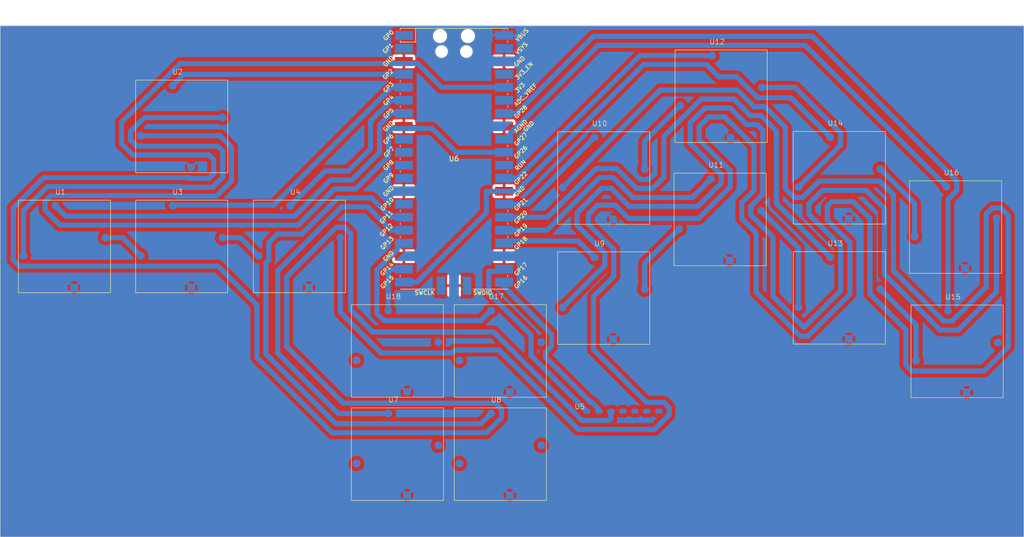
<source format=kicad_pcb>
(kicad_pcb (version 20221018) (generator pcbnew)
  (layers (0 "F.Cu" signal) (31 "B.Cu" signal) (34 "B.Paste" user) (35 "F.Paste" user) (36 "B.SilkS" user "B.Silkscreen") (37 "F.SilkS" user "F.Silkscreen") (38 "B.Mask" user) (39 "F.Mask" user) (44 "Edge.Cuts" user))
  (net 0 "")
  (net 1 "/A1")
  (net 2 "GND")
  (net 3 "/A2")
  (net 4 "/S1")
  (net 5 "/S2")
  (net 6 "/LEFT")
  (net 7 "Net-(U1-DOUT)")
  (net 8 "+5V")
  (net 9 "Net-(U1-DIN)")
  (net 10 "/UP")
  (net 11 "/RGB_DOUT")
  (net 12 "/DOWN")
  (net 13 "Net-(U3-DOUT)")
  (net 14 "/RIGHT")
  (net 15 "/DPAD_DOUT")
  (net 16 "/SDA")
  (net 17 "/SCL")
  (net 18 "+3.3V")
  (net 23 "/B1")
  (net 24 "/B2")
  (net 25 "/R2")
  (net 26 "/L2")
  (net 27 "/B3")
  (net 28 "/B4")
  (net 29 "/R1")
  (net 30 "/L1")
  (net 37 "Net-(U11-DIN)")
  (net 38 "/TOPROW_DOUT")
  (net 39 "Net-(U10-DOUT)")
  (net 40 "Net-(U11-DOUT)")
  (net 41 "Net-(U12-DOUT)")
  (net 42 "Net-(U13-DOUT)")
  (net 43 "Net-(U14-DOUT)")
  (net 57 "/L3")
  (net 58 "/R3")
  (footprint "voidswitch:RPi_Pico_SMD_TH_1" (layer "F.Cu") (at 121.35 40.63)
    (fp_text reference "U6" (at 0 0) (layer "F.SilkS"))
    (fp_text value "Pico")
    (fp_text user "GP27" (at 13.054 -3.8 45) (layer "F.SilkS") (effects (font (size 0.8 0.8))))
    (fp_text user "GP1" (at -12.9 -21.6 45) (layer "F.SilkS") (effects (font (size 0.8 0.8))))
    (fp_text user "GP12" (at -13.2 13.97 45) (layer "F.SilkS") (effects (font (size 0.8 0.8))))
    (fp_text user "GP2" (at -12.9 -16.51 45) (layer "F.SilkS") (effects (font (size 0.8 0.8))))
    (fp_text user "3V3_EN" (at 13.7 -17.2 45) (layer "F.SilkS") (effects (font (size 0.8 0.8))))
    (fp_text user "GND" (at 12.8 6.35 45) (layer "F.SilkS") (effects (font (size 0.8 0.8))))
    (fp_text user "GP16" (at 13.054 24.13 45) (layer "F.SilkS") (effects (font (size 0.8 0.8))))
    (fp_text user "GP13" (at -13.054 16.51 45) (layer "F.SilkS") (effects (font (size 0.8 0.8))))
    (fp_text user "GND" (at 12.8 -19.05 45) (layer "F.SilkS") (effects (font (size 0.8 0.8))))
    (fp_text user "GP10" (at -13.054 8.89 45) (layer "F.SilkS") (effects (font (size 0.8 0.8))))
    (fp_text user "GND" (at -12.8 6.35 45) (layer "F.SilkS") (effects (font (size 0.8 0.8))))
    (fp_text user "GP7" (at -12.7 -1.3 45) (layer "F.SilkS") (effects (font (size 0.8 0.8))))
    (fp_text user "GP26" (at 13.054 -1.27 45) (layer "F.SilkS") (effects (font (size 0.8 0.8))))
    (fp_text user "GP6" (at -12.8 -3.81 45) (layer "F.SilkS") (effects (font (size 0.8 0.8))))
    (fp_text user "SWDIO" (at 5.6 26.2) (layer "F.SilkS") (effects (font (size 0.8 0.8))))
    (fp_text user "GP5" (at -12.8 -8.89 45) (layer "F.SilkS") (effects (font (size 0.8 0.8))))
    (fp_text user "GND" (at -12.8 -19.05 45) (layer "F.SilkS") (effects (font (size 0.8 0.8))))
    (fp_text user "GP18" (at 13.054 16.51 45) (layer "F.SilkS") (effects (font (size 0.8 0.8))))
    (fp_text user "3V3" (at 12.9 -13.9 45) (layer "F.SilkS") (effects (font (size 0.8 0.8))))
    (fp_text user "GP9" (at -12.8 3.81 45) (layer "F.SilkS") (effects (font (size 0.8 0.8))))
    (fp_text user "GP17" (at 13.054 21.59 45) (layer "F.SilkS") (effects (font (size 0.8 0.8))))
    (fp_text user "GP3" (at -12.8 -13.97 45) (layer "F.SilkS") (effects (font (size 0.8 0.8))))
    (fp_text user "GP14" (at -13.1 21.59 45) (layer "F.SilkS") (effects (font (size 0.8 0.8))))
    (fp_text user "AGND" (at 13.054 -6.35 45) (layer "F.SilkS") (effects (font (size 0.8 0.8))))
    (fp_text user "VSYS" (at 13.2 -21.59 45) (layer "F.SilkS") (effects (font (size 0.8 0.8))))
    (fp_text user "GP4" (at -12.8 -11.43 45) (layer "F.SilkS") (effects (font (size 0.8 0.8))))
    (fp_text user "GND" (at -12.8 -6.35 45) (layer "F.SilkS") (effects (font (size 0.8 0.8))))
    (fp_text user "GP8" (at -12.8 1.27 45) (layer "F.SilkS") (effects (font (size 0.8 0.8))))
    (fp_text user "SWCLK" (at -5.7 26.2) (layer "F.SilkS") (effects (font (size 0.8 0.8))))
    (fp_text user "GND" (at 14.6 -6.35 45) (layer "F.SilkS") (effects (font (size 0.8 0.8))))
    (fp_text user "ADC_VREF" (at 14 -12.5 45) (layer "F.SilkS") (effects (font (size 0.8 0.8))))
    (fp_text user "GP11" (at -13.2 11.43 45) (layer "F.SilkS") (effects (font (size 0.8 0.8))))
    (fp_text user "VBUS" (at 13.3 -24.2 45) (layer "F.SilkS") (effects (font (size 0.8 0.8))))
    (fp_text user "GP22" (at 13.054 3.81 45) (layer "F.SilkS") (effects (font (size 0.8 0.8))))
    (fp_text user "GP28" (at 13.054 -9.144 45) (layer "F.SilkS") (effects (font (size 0.8 0.8))))
    (fp_text user "GP21" (at 13.054 8.9 45) (layer "F.SilkS") (effects (font (size 0.8 0.8))))
    (fp_text user "RUN" (at 13 1.27 45) (layer "F.SilkS") (effects (font (size 0.8 0.8))))
    (fp_text user "GP19" (at 13.054 13.97 45) (layer "F.SilkS") (effects (font (size 0.8 0.8))))
    (fp_text user "GND" (at -12.8 19.05 45) (layer "F.SilkS") (effects (font (size 0.8 0.8))))
    (fp_text user "GP20" (at 13.054 11.43 45) (layer "F.SilkS") (effects (font (size 0.8 0.8))))
    (fp_text user "GP15" (at -13.054 24.13 45) (layer "F.SilkS") (effects (font (size 0.8 0.8))))
    (fp_text user "GP0" (at -12.8 -24.13 45) (layer "F.SilkS") (effects (font (size 0.8 0.8))))
    (fp_line (start -10.5 -25.5) (end -10.5 -25.2) (stroke (width 0.12)) (layer "F.SilkS"))
    (fp_line (start -10.5 -25.5) (end 10.5 -25.5) (stroke (width 0.12)) (layer "F.SilkS"))
    (fp_line (start -10.5 -23.1) (end -10.5 -22.7) (stroke (width 0.12)) (layer "F.SilkS"))
    (fp_line (start -10.5 -22.833) (end -7.493 -22.833) (stroke (width 0.12)) (layer "F.SilkS"))
    (fp_line (start -10.5 -20.5) (end -10.5 -20.1) (stroke (width 0.12)) (layer "F.SilkS"))
    (fp_line (start -10.5 -18) (end -10.5 -17.6) (stroke (width 0.12)) (layer "F.SilkS"))
    (fp_line (start -10.5 -15.4) (end -10.5 -15) (stroke (width 0.12)) (layer "F.SilkS"))
    (fp_line (start -10.5 -12.9) (end -10.5 -12.5) (stroke (width 0.12)) (layer "F.SilkS"))
    (fp_line (start -10.5 -10.4) (end -10.5 -10) (stroke (width 0.12)) (layer "F.SilkS"))
    (fp_line (start -10.5 -7.8) (end -10.5 -7.4) (stroke (width 0.12)) (layer "F.SilkS"))
    (fp_line (start -10.5 -5.3) (end -10.5 -4.9) (stroke (width 0.12)) (layer "F.SilkS"))
    (fp_line (start -10.5 -2.7) (end -10.5 -2.3) (stroke (width 0.12)) (layer "F.SilkS"))
    (fp_line (start -10.5 -0.2) (end -10.5 0.2) (stroke (width 0.12)) (layer "F.SilkS"))
    (fp_line (start -10.5 2.3) (end -10.5 2.7) (stroke (width 0.12)) (layer "F.SilkS"))
    (fp_line (start -10.5 4.9) (end -10.5 5.3) (stroke (width 0.12)) (layer "F.SilkS"))
    (fp_line (start -10.5 7.4) (end -10.5 7.8) (stroke (width 0.12)) (layer "F.SilkS"))
    (fp_line (start -10.5 10) (end -10.5 10.4) (stroke (width 0.12)) (layer "F.SilkS"))
    (fp_line (start -10.5 12.5) (end -10.5 12.9) (stroke (width 0.12)) (layer "F.SilkS"))
    (fp_line (start -10.5 15.1) (end -10.5 15.5) (stroke (width 0.12)) (layer "F.SilkS"))
    (fp_line (start -10.5 17.6) (end -10.5 18) (stroke (width 0.12)) (layer "F.SilkS"))
    (fp_line (start -10.5 20.1) (end -10.5 20.5) (stroke (width 0.12)) (layer "F.SilkS"))
    (fp_line (start -10.5 22.7) (end -10.5 23.1) (stroke (width 0.12)) (layer "F.SilkS"))
    (fp_line (start -7.493 -22.833) (end -7.493 -25.5) (stroke (width 0.12)) (layer "F.SilkS"))
    (fp_line (start -3.7 25.5) (end -10.5 25.5) (stroke (width 0.12)) (layer "F.SilkS"))
    (fp_line (start -1.5 25.5) (end -1.1 25.5) (stroke (width 0.12)) (layer "F.SilkS"))
    (fp_line (start 1.1 25.5) (end 1.5 25.5) (stroke (width 0.12)) (layer "F.SilkS"))
    (fp_line (start 10.5 -25.5) (end 10.5 -25.2) (stroke (width 0.12)) (layer "F.SilkS"))
    (fp_line (start 10.5 -23.1) (end 10.5 -22.7) (stroke (width 0.12)) (layer "F.SilkS"))
    (fp_line (start 10.5 -20.5) (end 10.5 -20.1) (stroke (width 0.12)) (layer "F.SilkS"))
    (fp_line (start 10.5 -18) (end 10.5 -17.6) (stroke (width 0.12)) (layer "F.SilkS"))
    (fp_line (start 10.5 -15.4) (end 10.5 -15) (stroke (width 0.12)) (layer "F.SilkS"))
    (fp_line (start 10.5 -12.9) (end 10.5 -12.5) (stroke (width 0.12)) (layer "F.SilkS"))
    (fp_line (start 10.5 -10.4) (end 10.5 -10) (stroke (width 0.12)) (layer "F.SilkS"))
    (fp_line (start 10.5 -7.8) (end 10.5 -7.4) (stroke (width 0.12)) (layer "F.SilkS"))
    (fp_line (start 10.5 -5.3) (end 10.5 -4.9) (stroke (width 0.12)) (layer "F.SilkS"))
    (fp_line (start 10.5 -2.7) (end 10.5 -2.3) (stroke (width 0.12)) (layer "F.SilkS"))
    (fp_line (start 10.5 -0.2) (end 10.5 0.2) (stroke (width 0.12)) (layer "F.SilkS"))
    (fp_line (start 10.5 2.3) (end 10.5 2.7) (stroke (width 0.12)) (layer "F.SilkS"))
    (fp_line (start 10.5 4.9) (end 10.5 5.3) (stroke (width 0.12)) (layer "F.SilkS"))
    (fp_line (start 10.5 7.4) (end 10.5 7.8) (stroke (width 0.12)) (layer "F.SilkS"))
    (fp_line (start 10.5 10) (end 10.5 10.4) (stroke (width 0.12)) (layer "F.SilkS"))
    (fp_line (start 10.5 12.5) (end 10.5 12.9) (stroke (width 0.12)) (layer "F.SilkS"))
    (fp_line (start 10.5 15.1) (end 10.5 15.5) (stroke (width 0.12)) (layer "F.SilkS"))
    (fp_line (start 10.5 17.6) (end 10.5 18) (stroke (width 0.12)) (layer "F.SilkS"))
    (fp_line (start 10.5 20.1) (end 10.5 20.5) (stroke (width 0.12)) (layer "F.SilkS"))
    (fp_line (start 10.5 22.7) (end 10.5 23.1) (stroke (width 0.12)) (layer "F.SilkS"))
    (fp_line (start 10.5 25.5) (end 3.7 25.5) (stroke (width 0.12)) (layer "F.SilkS"))
    (pad "" np_thru_hole oval (at -2.725 -24) (size 1.8 1.8) (drill 1.8) (layers "*.Cu" "*.Mask"))
    (pad "" np_thru_hole oval (at -2.425 -20.97) (size 1.5 1.5) (drill 1.5) (layers "*.Cu" "*.Mask"))
    (pad "" np_thru_hole oval (at 2.425 -20.97) (size 1.5 1.5) (drill 1.5) (layers "*.Cu" "*.Mask"))
    (pad "" np_thru_hole oval (at 2.725 -24) (size 1.8 1.8) (drill 1.8) (layers "*.Cu" "*.Mask"))
    (pad "1" smd rect (at -8.89 -24.13) (size 3.5 1.7) (drill (offset -0.9 0)) (layers "B.Cu" "B.Mask"))
    (pad "2" smd rect (at -8.89 -21.59) (size 3.5 1.7) (drill (offset -0.9 0)) (layers "B.Cu" "B.Mask"))
    (pad "3" smd rect (at -8.89 -19.05) (size 3.5 1.7) (drill (offset -0.9 0)) (layers "F.Cu" "F.Mask") (net 2 "GND"))
    (pad "4" smd rect (at -8.89 -16.51) (size 3.5 1.7) (drill (offset -0.9 0)) (layers "B.Cu" "B.Mask") (net 10 "/UP"))
    (pad "5" smd rect (at -8.89 -13.97) (size 3.5 1.7) (drill (offset -0.9 0)) (layers "B.Cu" "B.Mask") (net 12 "/DOWN"))
    (pad "6" smd rect (at -8.89 -11.43) (size 3.5 1.7) (drill (offset -0.9 0)) (layers "B.Cu" "B.Mask") (net 14 "/RIGHT"))
    (pad "7" smd rect (at -8.89 -8.89) (size 3.5 1.7) (drill (offset -0.9 0)) (layers "B.Cu" "B.Mask") (net 6 "/LEFT"))
    (pad "8" smd rect (at -8.89 -6.35) (size 3.5 1.7) (drill (offset -0.9 0)) (layers "F.Cu" "F.Mask") (net 2 "GND"))
    (pad "9" smd rect (at -8.89 -3.81) (size 3.5 1.7) (drill (offset -0.9 0)) (layers "B.Cu" "B.Mask"))
    (pad "10" smd rect (at -8.89 -1.27) (size 3.5 1.7) (drill (offset -0.9 0)) (layers "B.Cu" "B.Mask"))
    (pad "11" smd rect (at -8.89 1.27) (size 3.5 1.7) (drill (offset -0.9 0)) (layers "B.Cu" "B.Mask"))
    (pad "12" smd rect (at -8.89 3.81) (size 3.5 1.7) (drill (offset -0.9 0)) (layers "B.Cu" "B.Mask") (net 58 "/R3"))
    (pad "13" smd rect (at -8.89 6.35) (size 3.5 1.7) (drill (offset -0.9 0)) (layers "F.Cu" "F.Mask") (net 2 "GND"))
    (pad "14" smd rect (at -8.89 8.89) (size 3.5 1.7) (drill (offset -0.9 0)) (layers "B.Cu" "B.Mask") (net 57 "/L3"))
    (pad "15" smd rect (at -8.89 11.43) (size 3.5 1.7) (drill (offset -0.9 0)) (layers "B.Cu" "B.Mask") (net 3 "/A2"))
    (pad "16" smd rect (at -8.89 13.97) (size 3.5 1.7) (drill (offset -0.9 0)) (layers "B.Cu" "B.Mask") (net 1 "/A1"))
    (pad "17" smd rect (at -8.89 16.51) (size 3.5 1.7) (drill (offset -0.9 0)) (layers "B.Cu" "B.Mask") (net 5 "/S2"))
    (pad "18" smd rect (at -8.89 19.05) (size 3.5 1.7) (drill (offset -0.9 0)) (layers "F.Cu" "F.Mask") (net 2 "GND"))
    (pad "19" smd rect (at -8.89 21.59) (size 3.5 1.7) (drill (offset -0.9 0)) (layers "B.Cu" "B.Mask") (net 4 "/S1"))
    (pad "20" smd rect (at -8.89 24.13) (size 3.5 1.7) (drill (offset -0.9 0)) (layers "B.Cu" "B.Mask") (net 29 "/R1"))
    (pad "21" smd rect (at 8.89 24.13) (size 3.5 1.7) (drill (offset 0.9 0)) (layers "B.Cu" "B.Mask") (net 16 "/SDA"))
    (pad "22" smd rect (at 8.89 21.59) (size 3.5 1.7) (drill (offset 0.9 0)) (layers "B.Cu" "B.Mask") (net 17 "/SCL"))
    (pad "23" smd rect (at 8.89 19.05) (size 3.5 1.7) (drill (offset 0.9 0)) (layers "F.Cu" "F.Mask") (net 2 "GND"))
    (pad "24" smd rect (at 8.89 16.51) (size 3.5 1.7) (drill (offset 0.9 0)) (layers "B.Cu" "B.Mask") (net 23 "/B1"))
    (pad "25" smd rect (at 8.89 13.97) (size 3.5 1.7) (drill (offset 0.9 0)) (layers "B.Cu" "B.Mask") (net 24 "/B2"))
    (pad "26" smd rect (at 8.89 11.43) (size 3.5 1.7) (drill (offset 0.9 0)) (layers "B.Cu" "B.Mask") (net 30 "/L1"))
    (pad "27" smd rect (at 8.89 8.89) (size 3.5 1.7) (drill (offset 0.9 0)) (layers "B.Cu" "B.Mask") (net 27 "/B3"))
    (pad "28" smd rect (at 8.89 6.35) (size 3.5 1.7) (drill (offset 0.9 0)) (layers "F.Cu" "F.Mask") (net 2 "GND"))
    (pad "29" smd rect (at 8.89 3.81) (size 3.5 1.7) (drill (offset 0.9 0)) (layers "B.Cu" "B.Mask") (net 28 "/B4"))
    (pad "30" smd rect (at 8.89 1.27) (size 3.5 1.7) (drill (offset 0.9 0)) (layers "B.Cu" "B.Mask"))
    (pad "31" smd rect (at 8.89 -1.27) (size 3.5 1.7) (drill (offset 0.9 0)) (layers "B.Cu" "B.Mask") (net 11 "/RGB_DOUT"))
    (pad "32" smd rect (at 8.89 -3.81) (size 3.5 1.7) (drill (offset 0.9 0)) (layers "B.Cu" "B.Mask") (net 25 "/R2"))
    (pad "33" smd rect (at 8.89 -6.35) (size 3.5 1.7) (drill (offset 0.9 0)) (layers "F.Cu" "F.Mask") (net 2 "GND"))
    (pad "34" smd rect (at 8.89 -8.89) (size 3.5 1.7) (drill (offset 0.9 0)) (layers "B.Cu" "B.Mask") (net 26 "/L2"))
    (pad "35" smd rect (at 8.89 -11.43) (size 3.5 1.7) (drill (offset 0.9 0)) (layers "B.Cu" "B.Mask"))
    (pad "36" smd rect (at 8.89 -13.97) (size 3.5 1.7) (drill (offset 0.9 0)) (layers "B.Cu" "B.Mask") (net 18 "+3.3V"))
    (pad "37" smd rect (at 8.89 -16.51) (size 3.5 1.7) (drill (offset 0.9 0)) (layers "B.Cu" "B.Mask"))
    (pad "38" smd rect (at 8.89 -19.05) (size 3.5 1.7) (drill (offset 0.9 0)) (layers "F.Cu" "F.Mask") (net 2 "GND"))
    (pad "39" smd rect (at 8.89 -21.59) (size 3.5 1.7) (drill (offset 0.9 0)) (layers "B.Cu" "B.Mask"))
    (pad "40" smd rect (at 8.89 -24.13) (size 3.5 1.7) (drill (offset 0.9 0)) (layers "B.Cu" "B.Mask") (net 8 "+5V"))
    (pad "41" smd rect (at -2.54 23.9 90) (size 3.5 1.7) (drill (offset -0.9 0)) (layers "B.Cu" "B.Mask"))
    (pad "42" smd rect (at 0 23.9 90) (size 3.5 1.7) (drill (offset -0.9 0)) (layers "F.Cu" "F.Mask") (net 2 "GND"))
    (pad "43" smd rect (at 2.54 23.9 90) (size 3.5 1.7) (drill (offset -0.9 0)) (layers "B.Cu" "B.Mask"))
  )
  (footprint "voidswitch:voidswitch_1" (layer "F.Cu") (at 59.15 25.25)
    (fp_text reference "U2" (at 8.2 -1.6 unlocked) (layer "F.SilkS") (effects (font (thickness 0.1))))
    (fp_text value "~")
    (fp_rect (start 0 0) (end 18 18.1) (stroke (width 0.1)) (fill none) (layer "F.SilkS"))
    (pad "1" smd circle (at 7.216 1.1) (size 1.524 1.524) (layers "B.Cu" "B.Mask") (net 10 "/UP"))
    (pad "2" smd circle (at 17 7.33) (size 1.524 1.524) (layers "B.Cu" "B.Mask") (net 9 "Net-(U1-DIN)"))
    (pad "3" smd circle (at 10.873 17.1) (size 1.524 1.524) (layers "B.Cu" "B.Mask") (net 8 "+5V"))
    (pad "4" smd circle (at 1 10.88) (size 1.524 1.524) (layers "B.Cu" "B.Mask") (net 11 "/RGB_DOUT"))
  )
  (footprint "voidswitch:voidswitch_1" (layer "F.Cu") (at 164.35 43.45)
    (fp_text reference "U11" (at 8.2 -1.6 unlocked) (layer "F.SilkS") (effects (font (thickness 0.1))))
    (fp_text value "~")
    (fp_rect (start 0 0) (end 18 18.1) (stroke (width 0.1)) (fill none) (layer "F.SilkS"))
    (pad "1" smd circle (at 7.216 1.1) (size 1.524 1.524) (layers "B.Cu" "B.Mask") (net 24 "/B2"))
    (pad "2" smd circle (at 17 7.33) (size 1.524 1.524) (layers "B.Cu" "B.Mask") (net 40 "Net-(U11-DOUT)"))
    (pad "3" smd circle (at 10.873 17.1) (size 1.524 1.524) (layers "B.Cu" "B.Mask") (net 8 "+5V"))
    (pad "4" smd circle (at 1 10.88) (size 1.524 1.524) (layers "B.Cu" "B.Mask") (net 37 "Net-(U11-DIN)"))
  )
  (footprint "voidswitch:voidswitch_1" (layer "F.Cu") (at 187.65 35.3)
    (fp_text reference "U14" (at 8.2 -1.6 unlocked) (layer "F.SilkS") (effects (font (thickness 0.1))))
    (fp_text value "~")
    (fp_rect (start 0 0) (end 18 18.1) (stroke (width 0.1)) (fill none) (layer "F.SilkS"))
    (pad "1" smd circle (at 7.216 1.1) (size 1.524 1.524) (layers "B.Cu" "B.Mask") (net 29 "/R1"))
    (pad "2" smd circle (at 17 7.33) (size 1.524 1.524) (layers "B.Cu" "B.Mask") (net 43 "Net-(U14-DOUT)"))
    (pad "3" smd circle (at 10.873 17.1) (size 1.524 1.524) (layers "B.Cu" "B.Mask") (net 8 "+5V"))
    (pad "4" smd circle (at 1 10.88) (size 1.524 1.524) (layers "B.Cu" "B.Mask") (net 41 "Net-(U12-DOUT)"))
  )
  (footprint "voidswitch:voidswitch_1" (layer "F.Cu") (at 164.55 19.35)
    (fp_text reference "U12" (at 8.2 -1.6 unlocked) (layer "F.SilkS") (effects (font (thickness 0.1))))
    (fp_text value "~")
    (fp_rect (start 0 0) (end 18 18.1) (stroke (width 0.1)) (fill none) (layer "F.SilkS"))
    (pad "1" smd circle (at 7.216 1.1) (size 1.524 1.524) (layers "B.Cu" "B.Mask") (net 28 "/B4"))
    (pad "2" smd circle (at 17 7.33) (size 1.524 1.524) (layers "B.Cu" "B.Mask") (net 41 "Net-(U12-DOUT)"))
    (pad "3" smd circle (at 10.873 17.1) (size 1.524 1.524) (layers "B.Cu" "B.Mask") (net 8 "+5V"))
    (pad "4" smd circle (at 1 10.88) (size 1.524 1.524) (layers "B.Cu" "B.Mask") (net 39 "Net-(U10-DOUT)"))
  )
  (footprint "voidswitch:voidswitch_1" (layer "F.Cu") (at 101.3 89.35)
    (fp_text reference "U7" (at 8.2 -1.6 unlocked) (layer "F.SilkS") (effects (font (thickness 0.1))))
    (fp_text value "~")
    (fp_rect (start 0 0) (end 18 18.1) (stroke (width 0.1)) (fill none) (layer "F.SilkS"))
    (pad "1" smd circle (at 7.216 1.1) (size 1.524 1.524) (layers "B.Cu" "B.Mask") (net 1 "/A1"))
    (pad "2" smd circle (at 17 7.33) (size 1.524 1.524) (layers "B.Cu" "B.Mask"))
    (pad "3" smd circle (at 10.873 17.1) (size 1.524 1.524) (layers "B.Cu" "B.Mask") (net 8 "+5V"))
    (pad "4" smd circle (at 1 10.88) (size 1.524 1.524) (layers "B.Cu" "B.Mask"))
  )
  (footprint "voidswitch:voidswitch_1" (layer "F.Cu") (at 59.15 48.73)
    (fp_text reference "U3" (at 8.2 -1.6 unlocked) (layer "F.SilkS") (effects (font (thickness 0.1))))
    (fp_text value "~")
    (fp_rect (start 0 0) (end 18 18.1) (stroke (width 0.1)) (fill none) (layer "F.SilkS"))
    (pad "1" smd circle (at 7.216 1.1) (size 1.524 1.524) (layers "B.Cu" "B.Mask") (net 12 "/DOWN"))
    (pad "2" smd circle (at 17 7.33) (size 1.524 1.524) (layers "B.Cu" "B.Mask") (net 13 "Net-(U3-DOUT)"))
    (pad "3" smd circle (at 10.873 17.1) (size 1.524 1.524) (layers "B.Cu" "B.Mask") (net 8 "+5V"))
    (pad "4" smd circle (at 1 10.88) (size 1.524 1.524) (layers "B.Cu" "B.Mask") (net 7 "Net-(U1-DOUT)"))
  )
  (footprint "voidswitch:voidswitch_1" (layer "F.Cu") (at 101.3 69.17)
    (fp_text reference "U18" (at 8.2 -1.6 unlocked) (layer "F.SilkS") (effects (font (thickness 0.1))))
    (fp_text value "~")
    (fp_rect (start 0 0) (end 18 18.1) (stroke (width 0.1)) (fill none) (layer "F.SilkS"))
    (pad "1" smd circle (at 7.216 1.1) (size 1.524 1.524) (layers "B.Cu" "B.Mask") (net 4 "/S1"))
    (pad "2" smd circle (at 17 7.33) (size 1.524 1.524) (layers "B.Cu" "B.Mask"))
    (pad "3" smd circle (at 10.873 17.1) (size 1.524 1.524) (layers "B.Cu" "B.Mask") (net 8 "+5V"))
    (pad "4" smd circle (at 1 10.88) (size 1.524 1.524) (layers "B.Cu" "B.Mask"))
  )
  (footprint "voidswitch:voidswitch_1" (layer "F.Cu") (at 187.65 58.78)
    (fp_text reference "U13" (at 8.2 -1.6 unlocked) (layer "F.SilkS") (effects (font (thickness 0.1))))
    (fp_text value "~")
    (fp_rect (start 0 0) (end 18 18.1) (stroke (width 0.1)) (fill none) (layer "F.SilkS"))
    (pad "1" smd circle (at 7.216 1.1) (size 1.524 1.524) (layers "B.Cu" "B.Mask") (net 30 "/L1"))
    (pad "2" smd circle (at 17 7.33) (size 1.524 1.524) (layers "B.Cu" "B.Mask") (net 42 "Net-(U13-DOUT)"))
    (pad "3" smd circle (at 10.873 17.1) (size 1.524 1.524) (layers "B.Cu" "B.Mask") (net 8 "+5V"))
    (pad "4" smd circle (at 1 10.88) (size 1.524 1.524) (layers "B.Cu" "B.Mask") (net 40 "Net-(U11-DOUT)"))
  )
  (footprint "voidswitch:voidswitch_1" (layer "F.Cu") (at 121.4 69.17)
    (fp_text reference "U17" (at 8.2 -1.6 unlocked) (layer "F.SilkS") (effects (font (thickness 0.1))))
    (fp_text value "~")
    (fp_rect (start 0 0) (end 18 18.1) (stroke (width 0.1)) (fill none) (layer "F.SilkS"))
    (pad "1" smd circle (at 7.216 1.1) (size 1.524 1.524) (layers "B.Cu" "B.Mask") (net 5 "/S2"))
    (pad "2" smd circle (at 17 7.33) (size 1.524 1.524) (layers "B.Cu" "B.Mask"))
    (pad "3" smd circle (at 10.873 17.1) (size 1.524 1.524) (layers "B.Cu" "B.Mask") (net 8 "+5V"))
    (pad "4" smd circle (at 1 10.88) (size 1.524 1.524) (layers "B.Cu" "B.Mask"))
  )
  (footprint "voidswitch:voidswitch_1" (layer "F.Cu") (at 210.65 69.25)
    (fp_text reference "U15" (at 8.2 -1.6 unlocked) (layer "F.SilkS") (effects (font (thickness 0.1))))
    (fp_text value "~")
    (fp_rect (start 0 0) (end 18 18.1) (stroke (width 0.1)) (fill none) (layer "F.SilkS"))
    (pad "1" smd circle (at 7.216 1.1) (size 1.524 1.524) (layers "B.Cu" "B.Mask") (net 26 "/L2"))
    (pad "2" smd circle (at 17 7.33) (size 1.524 1.524) (layers "B.Cu" "B.Mask"))
    (pad "3" smd circle (at 10.873 17.1) (size 1.524 1.524) (layers "B.Cu" "B.Mask") (net 8 "+5V"))
    (pad "4" smd circle (at 1 10.88) (size 1.524 1.524) (layers "B.Cu" "B.Mask") (net 42 "Net-(U13-DOUT)"))
  )
  (footprint "voidswitch:voidswitch_1" (layer "F.Cu") (at 36.25 48.73)
    (fp_text reference "U1" (at 8.2 -1.6 unlocked) (layer "F.SilkS") (effects (font (thickness 0.1))))
    (fp_text value "~")
    (fp_rect (start 0 0) (end 18 18.1) (stroke (width 0.1)) (fill none) (layer "F.SilkS"))
    (pad "1" smd circle (at 7.216 1.1) (size 1.524 1.524) (layers "B.Cu" "B.Mask") (net 6 "/LEFT"))
    (pad "2" smd circle (at 17 7.33) (size 1.524 1.524) (layers "B.Cu" "B.Mask") (net 7 "Net-(U1-DOUT)"))
    (pad "3" smd circle (at 10.873 17.1) (size 1.524 1.524) (layers "B.Cu" "B.Mask") (net 8 "+5V"))
    (pad "4" smd circle (at 1 10.88) (size 1.524 1.524) (layers "B.Cu" "B.Mask") (net 9 "Net-(U1-DIN)"))
  )
  (footprint "voidswitch:voidswitch_1" (layer "F.Cu") (at 210.35 44.95)
    (fp_text reference "U16" (at 8.2 -1.6 unlocked) (layer "F.SilkS") (effects (font (thickness 0.1))))
    (fp_text value "~")
    (fp_rect (start 0 0) (end 18 18.1) (stroke (width 0.1)) (fill none) (layer "F.SilkS"))
    (pad "1" smd circle (at 7.216 1.1) (size 1.524 1.524) (layers "B.Cu" "B.Mask") (net 25 "/R2"))
    (pad "2" smd circle (at 17 7.33) (size 1.524 1.524) (layers "B.Cu" "B.Mask") (net 38 "/TOPROW_DOUT"))
    (pad "3" smd circle (at 10.873 17.1) (size 1.524 1.524) (layers "B.Cu" "B.Mask") (net 8 "+5V"))
    (pad "4" smd circle (at 1 10.88) (size 1.524 1.524) (layers "B.Cu" "B.Mask") (net 43 "Net-(U14-DOUT)"))
  )
  (footprint "voidswitch:ADC" (layer "F.Cu") (at 145.9125 89.6125)
    (fp_text reference "U5" (at 0 -0.5 unlocked) (layer "F.SilkS") (effects (font (thickness 0.1))))
    (fp_text value "~")
    (pad "1" smd oval (at 1.4 0.4) (size 1.5 1) (layers "B.Cu" "B.Mask") (net 17 "/SCL"))
    (pad "2" smd oval (at 3.745 0.4) (size 1.5 1) (layers "B.Cu" "B.Mask") (net 16 "/SDA"))
    (pad "3" smd oval (at 6.09 0.4) (size 1.5 1) (layers "B.Cu" "B.Mask") (net 18 "+3.3V"))
    (pad "5" smd oval (at 8.435 0.4) (size 1.5 1) (layers "B.Cu" "B.Mask"))
    (pad "6" smd oval (at 10.78 0.4) (size 1.5 1) (layers "B.Cu" "B.Mask"))
    (pad "7" smd oval (at 13.125 0.4) (size 1.5 1) (layers "B.Cu" "B.Mask"))
    (pad "8" smd oval (at 15.47 0.4) (size 1.5 1) (layers "B.Cu" "B.Mask"))
  )
  (footprint "voidswitch:voidswitch_1" (layer "F.Cu") (at 141.6 58.83)
    (fp_text reference "U9" (at 8.2 -1.6 unlocked) (layer "F.SilkS") (effects (font (thickness 0.1))))
    (fp_text value "~")
    (fp_rect (start 0 0) (end 18 18.1) (stroke (width 0.1)) (fill none) (layer "F.SilkS"))
    (pad "1" smd circle (at 7.216 1.1) (size 1.524 1.524) (layers "B.Cu" "B.Mask") (net 23 "/B1"))
    (pad "2" smd circle (at 17 7.33) (size 1.524 1.524) (layers "B.Cu" "B.Mask") (net 37 "Net-(U11-DIN)"))
    (pad "3" smd circle (at 10.873 17.1) (size 1.524 1.524) (layers "B.Cu" "B.Mask") (net 8 "+5V"))
    (pad "4" smd circle (at 1 10.88) (size 1.524 1.524) (layers "B.Cu" "B.Mask") (net 38 "/TOPROW_DOUT"))
  )
  (footprint "voidswitch:voidswitch_1" (layer "F.Cu") (at 121.4 89.35)
    (fp_text reference "U8" (at 8.2 -1.6 unlocked) (layer "F.SilkS") (effects (font (thickness 0.1))))
    (fp_text value "~")
    (fp_rect (start 0 0) (end 18 18.1) (stroke (width 0.1)) (fill none) (layer "F.SilkS"))
    (pad "1" smd circle (at 7.216 1.1) (size 1.524 1.524) (layers "B.Cu" "B.Mask") (net 3 "/A2"))
    (pad "2" smd circle (at 17 7.33) (size 1.524 1.524) (layers "B.Cu" "B.Mask"))
    (pad "3" smd circle (at 10.873 17.1) (size 1.524 1.524) (layers "B.Cu" "B.Mask") (net 8 "+5V"))
    (pad "4" smd circle (at 1 10.88) (size 1.524 1.524) (layers "B.Cu" "B.Mask"))
  )
  (footprint "voidswitch:voidswitch_1" (layer "F.Cu") (at 82.15 48.73)
    (fp_text reference "U4" (at 8.2 -1.6 unlocked) (layer "F.SilkS") (effects (font (thickness 0.1))))
    (fp_text value "~")
    (fp_rect (start 0 0) (end 18 18.1) (stroke (width 0.1)) (fill none) (layer "F.SilkS"))
    (pad "1" smd circle (at 7.216 1.1) (size 1.524 1.524) (layers "B.Cu" "B.Mask") (net 14 "/RIGHT"))
    (pad "2" smd circle (at 17 7.33) (size 1.524 1.524) (layers "B.Cu" "B.Mask") (net 15 "/DPAD_DOUT"))
    (pad "3" smd circle (at 10.873 17.1) (size 1.524 1.524) (layers "B.Cu" "B.Mask") (net 8 "+5V"))
    (pad "4" smd circle (at 1 10.88) (size 1.524 1.524) (layers "B.Cu" "B.Mask") (net 13 "Net-(U3-DOUT)"))
  )
  (footprint "voidswitch:voidswitch_1" (layer "F.Cu") (at 141.6 35.35)
    (fp_text reference "U10" (at 8.2 -1.6 unlocked) (layer "F.SilkS") (effects (font (thickness 0.1))))
    (fp_text value "~")
    (fp_rect (start 0 0) (end 18 18.1) (stroke (width 0.1)) (fill none) (layer "F.SilkS"))
    (pad "1" smd circle (at 7.216 1.1) (size 1.524 1.524) (layers "B.Cu" "B.Mask") (net 27 "/B3"))
    (pad "2" smd circle (at 17 7.33) (size 1.524 1.524) (layers "B.Cu" "B.Mask") (net 39 "Net-(U10-DOUT)"))
    (pad "3" smd circle (at 10.873 17.1) (size 1.524 1.524) (layers "B.Cu" "B.Mask") (net 8 "+5V"))
    (pad "4" smd circle (at 1 10.88) (size 1.524 1.524) (layers "B.Cu" "B.Mask") (net 15 "/DPAD_DOUT"))
  )
  (gr_rect (start 32.7 14.6) (end 232.7 114.6) (stroke (width 0.1)) (fill none) (layer "Edge.Cuts"))
  (segment (start 86.912 78.637126) (end 86.912 62.55402) (width 1) (layer "B.Cu") (net 1))
  (segment (start 99.42602 50.04) (end 104.505126 50.04) (width 1) (layer "B.Cu") (net 1))
  (segment (start 104.505126 50.04) (end 109.065126 54.6) (width 1) (layer "B.Cu") (net 1))
  (segment (start 109.065126 54.6) (end 112.46 54.6) (width 1) (layer "B.Cu") (net 1))
  (segment (start 86.912 62.55402) (end 99.42602 50.04) (width 1) (layer "B.Cu") (net 1))
  (segment (start 98.724874 90.45) (end 86.912 78.637126) (width 1) (layer "B.Cu") (net 1))
  (segment (start 108.516 90.45) (end 98.724874 90.45) (width 1) (layer "B.Cu") (net 1))
  (segment (start 107.670602 92.45) (end 98.25 92.45) (width 1) (layer "B.Cu") (net 3))
  (segment (start 84.6 78.8) (end 84.6 61.005398) (width 1) (layer "B.Cu") (net 3))
  (segment (start 105.23 48.29) (end 109 52.06) (width 1) (layer "B.Cu") (net 3))
  (segment (start 126.604 92.462) (end 107.682602 92.462) (width 1) (layer "B.Cu") (net 3))
  (segment (start 98.701146 48.29) (end 105.23 48.29) (width 1) (layer "B.Cu") (net 3))
  (segment (start 107.682602 92.462) (end 107.670602 92.45) (width 1) (layer "B.Cu") (net 3))
  (segment (start 109 52.06) (end 112.46 52.06) (width 1) (layer "B.Cu") (net 3))
  (segment (start 84.6 61.005398) (end 85.162 60.443398) (width 1) (layer "B.Cu") (net 3))
  (segment (start 91.649146 55.342) (end 98.701146 48.29) (width 1) (layer "B.Cu") (net 3))
  (segment (start 98.25 92.45) (end 84.6 78.8) (width 1) (layer "B.Cu") (net 3))
  (segment (start 85.162 57.038) (end 86.858 55.342) (width 1) (layer "B.Cu") (net 3))
  (segment (start 85.162 60.443398) (end 85.162 57.038) (width 1) (layer "B.Cu") (net 3))
  (segment (start 128.616 90.45) (end 126.604 92.462) (width 1) (layer "B.Cu") (net 3))
  (segment (start 86.858 55.342) (end 91.649146 55.342) (width 1) (layer "B.Cu") (net 3))
  (segment (start 108.516 70.27) (end 108.516 62.704) (width 1) (layer "B.Cu") (net 4))
  (segment (start 109 62.22) (end 112.46 62.22) (width 1) (layer "B.Cu") (net 4))
  (segment (start 108.516 62.704) (end 109 62.22) (width 1) (layer "B.Cu") (net 4))
  (segment (start 107.682602 72.282) (end 106.3 70.899398) (width 1) (layer "B.Cu") (net 5))
  (segment (start 128.616 70.27) (end 126.604 72.282) (width 1) (layer "B.Cu") (net 5))
  (segment (start 106.3 70.899398) (end 106.3 62.38) (width 1) (layer "B.Cu") (net 5))
  (segment (start 126.604 72.282) (end 107.682602 72.282) (width 1) (layer "B.Cu") (net 5))
  (segment (start 111.54 57.14) (end 112.46 57.14) (width 1) (layer "B.Cu") (net 5))
  (segment (start 106.3 62.38) (end 111.54 57.14) (width 1) (layer "B.Cu") (net 5))
  (segment (start 106.81 33.995126) (end 109.065126 31.74) (width 1) (layer "B.Cu") (net 6))
  (segment (start 45.478 51.842) (end 90.199398 51.842) (width 1) (layer "B.Cu") (net 6))
  (segment (start 43.466 49.83) (end 45.478 51.842) (width 1) (layer "B.Cu") (net 6))
  (segment (start 101.435126 44.79) (end 106.81 39.415126) (width 1) (layer "B.Cu") (net 6))
  (segment (start 97.251398 44.79) (end 101.435126 44.79) (width 1) (layer "B.Cu") (net 6))
  (segment (start 106.81 39.415126) (end 106.81 33.995126) (width 1) (layer "B.Cu") (net 6))
  (segment (start 109.065126 31.74) (end 112.46 31.74) (width 1) (layer "B.Cu") (net 6))
  (segment (start 90.199398 51.842) (end 97.251398 44.79) (width 1) (layer "B.Cu") (net 6))
  (segment (start 56.6 56.06) (end 60.15 59.61) (width 1) (layer "B.Cu") (net 7))
  (segment (start 53.25 56.06) (end 56.6 56.06) (width 1) (layer "B.Cu") (net 7))
  (segment (start 75.167126 38.142) (end 76.15 39.124874) (width 1) (layer "B.Cu") (net 9))
  (segment (start 74.2 46.2) (end 68.056272 46.2) (width 1) (layer "B.Cu") (net 9))
  (segment (start 60.854602 32.58) (end 58.138 35.296602) (width 1) (layer "B.Cu") (net 9))
  (segment (start 37.25 50.725728) (end 37.25 59.61) (width 1) (layer "B.Cu") (net 9))
  (segment (start 41.907728 46.068) (end 37.25 50.725728) (width 1) (layer "B.Cu") (net 9))
  (segment (start 68.056272 46.2) (end 67.924272 46.068) (width 1) (layer "B.Cu") (net 9))
  (segment (start 76.15 39.124874) (end 76.15 44.25) (width 1) (layer "B.Cu") (net 9))
  (segment (start 76.15 44.25) (end 74.2 46.2) (width 1) (layer "B.Cu") (net 9))
  (segment (start 58.138 36.963398) (end 59.316602 38.142) (width 1) (layer "B.Cu") (net 9))
  (segment (start 59.316602 38.142) (end 75.167126 38.142) (width 1) (layer "B.Cu") (net 9))
  (segment (start 76.15 32.58) (end 60.854602 32.58) (width 1) (layer "B.Cu") (net 9))
  (segment (start 58.138 35.296602) (end 58.138 36.963398) (width 1) (layer "B.Cu") (net 9))
  (segment (start 67.924272 46.068) (end 41.907728 46.068) (width 1) (layer "B.Cu") (net 9))
  (segment (start 68.596 24.12) (end 112.46 24.12) (width 1) (layer "B.Cu") (net 10))
  (segment (start 66.366 26.35) (end 68.596 24.12) (width 1) (layer "B.Cu") (net 10))
  (segment (start 74.924874 47.95) (end 77.9 44.974874) (width 1) (layer "B.Cu") (net 11))
  (segment (start 42.632602 47.818) (end 67.199398 47.818) (width 1) (layer "B.Cu") (net 11))
  (segment (start 121.74 39.36) (end 117.1 34.72) (width 1) (layer "B.Cu") (net 11))
  (segment (start 108.56 34.72) (end 108.56 40.14) (width 1) (layer "B.Cu") (net 11))
  (segment (start 108.56 40.14) (end 102.16 46.54) (width 1) (layer "B.Cu") (net 11))
  (segment (start 102.16 46.54) (end 97.976272 46.54) (width 1) (layer "B.Cu") (net 11))
  (segment (start 41.454 50.663398) (end 41.454 48.996602) (width 1) (layer "B.Cu") (net 11))
  (segment (start 67.199398 47.818) (end 67.331398 47.95) (width 1) (layer "B.Cu") (net 11))
  (segment (start 77.9 44.974874) (end 77.9 38.4) (width 1) (layer "B.Cu") (net 11))
  (segment (start 117.1 34.72) (end 108.56 34.72) (width 1) (layer "B.Cu") (net 11))
  (segment (start 44.382602 53.592) (end 41.454 50.663398) (width 1) (layer "B.Cu") (net 11))
  (segment (start 75.63 36.13) (end 60.15 36.13) (width 1) (layer "B.Cu") (net 11))
  (segment (start 67.331398 47.95) (end 74.924874 47.95) (width 1) (layer "B.Cu") (net 11))
  (segment (start 41.454 48.996602) (end 42.632602 47.818) (width 1) (layer "B.Cu") (net 11))
  (segment (start 130.24 39.36) (end 121.74 39.36) (width 1) (layer "B.Cu") (net 11))
  (segment (start 97.976272 46.54) (end 90.924272 53.592) (width 1) (layer "B.Cu") (net 11))
  (segment (start 90.924272 53.592) (end 44.382602 53.592) (width 1) (layer "B.Cu") (net 11))
  (segment (start 77.9 38.4) (end 75.63 36.13) (width 1) (layer "B.Cu") (net 11))
  (segment (start 66.496 49.7) (end 86.155378 49.7) (width 1) (layer "B.Cu") (net 12))
  (segment (start 109.195378 26.66) (end 112.46 26.66) (width 1) (layer "B.Cu") (net 12))
  (segment (start 66.366 49.83) (end 66.496 49.7) (width 1) (layer "B.Cu") (net 12))
  (segment (start 86.155378 49.7) (end 109.195378 26.66) (width 1) (layer "B.Cu") (net 12))
  (segment (start 79.6 56.06) (end 83.15 59.61) (width 1) (layer "B.Cu") (net 13))
  (segment (start 76.15 56.06) (end 79.6 56.06) (width 1) (layer "B.Cu") (net 13))
  (segment (start 105.06 33.270252) (end 109.130252 29.2) (width 1) (layer "B.Cu") (net 14))
  (segment (start 109.130252 29.2) (end 112.46 29.2) (width 1) (layer "B.Cu") (net 14))
  (segment (start 100.710252 43.04) (end 105.06 38.690252) (width 1) (layer "B.Cu") (net 14))
  (segment (start 105.06 38.690252) (end 105.06 33.270252) (width 1) (layer "B.Cu") (net 14))
  (segment (start 89.366 49.83) (end 96.156 43.04) (width 1) (layer "B.Cu") (net 14))
  (segment (start 96.156 43.04) (end 100.710252 43.04) (width 1) (layer "B.Cu") (net 14))
  (segment (start 179.95 46.859728) (end 177.588 49.221728) (width 1) (layer "B.Cu") (net 15))
  (segment (start 218.699398 72.362) (end 217.032602 72.362) (width 1) (layer "B.Cu") (net 15))
  (segment (start 186.1 46.475398) (end 186.1 34.5) (width 1) (layer "B.Cu") (net 15))
  (segment (start 202.638 52.338) (end 202.638 67.038) (width 1) (layer "B.Cu") (net 15))
  (segment (start 174.268398 32.45) (end 179.95 38.131602) (width 1) (layer "B.Cu") (net 15))
  (segment (start 107.1 78.6) (end 121.004602 78.6) (width 1) (layer "B.Cu") (net 15))
  (segment (start 152.578 63.622) (end 152.578 58.371728) (width 1) (layer "B.Cu") (net 15))
  (segment (start 149.40002 49.7) (end 152.875106 49.7) (width 1) (layer "B.Cu") (net 15))
  (segment (start 229.662 51.746602) (end 228.183398 50.268) (width 1) (layer "B.Cu") (net 15))
  (segment (start 198.7 67.119476) (end 198.7 57.025126) (width 1) (layer "B.Cu") (net 15))
  (segment (start 192.675398 45) (end 189.483398 48.192) (width 1) (layer "B.Cu") (net 15))
  (segment (start 190.469476 75.35) (end 198.7 67.119476) (width 1) (layer "B.Cu") (net 15))
  (segment (start 163.3825 89.287626) (end 162.357374 88.2625) (width 1) (layer "B.Cu") (net 15))
  (segment (start 198.7 57.025126) (end 194.3 52.625126) (width 1) (layer "B.Cu") (net 15))
  (segment (start 169.25 34.325146) (end 171.125146 32.45) (width 1) (layer "B.Cu") (net 15))
  (segment (start 176.749728 27.2) (end 161.63 27.2) (width 1) (layer "B.Cu") (net 15))
  (segment (start 147.6 53.393728) (end 147.6 51.50002) (width 1) (layer "B.Cu") (net 15))
  (segment (start 180.4 55.150272) (end 180.4 66.730272) (width 1) (layer "B.Cu") (net 15))
  (segment (start 187.816602 48.192) (end 186.1 46.475398) (width 1) (layer "B.Cu") (net 15))
  (segment (start 169.118272 52.318) (end 175.328 46.108272) (width 1) (layer "B.Cu") (net 15))
  (segment (start 229.662 77.413398) (end 229.662 51.746602) (width 1) (layer "B.Cu") (net 15))
  (segment (start 155.493106 52.318) (end 169.118272 52.318) (width 1) (layer "B.Cu") (net 15))
  (segment (start 225.338 51.446602) (end 225.338 65.723398) (width 1) (layer "B.Cu") (net 15))
  (segment (start 152.875106 49.7) (end 155.493106 52.318) (width 1) (layer "B.Cu") (net 15))
  (segment (start 145.650252 93.55) (end 160.569874 93.55) (width 1) (layer "B.Cu") (net 15))
  (segment (start 130.138252 78.038) (end 145.650252 93.55) (width 1) (layer "B.Cu") (net 15))
  (segment (start 171.125146 32.45) (end 174.268398 32.45) (width 1) (layer "B.Cu") (net 15))
  (segment (start 210.816602 82.142) (end 224.933398 82.142) (width 1) (layer "B.Cu") (net 15))
  (segment (start 180.4 66.730272) (end 189.019728 75.35) (width 1) (layer "B.Cu") (net 15))
  (segment (start 179.991728 30.442) (end 176.749728 27.2) (width 1) (layer "B.Cu") (net 15))
  (segment (start 189.019728 75.35) (end 190.469476 75.35) (width 1) (layer "B.Cu") (net 15))
  (segment (start 204.545126 45) (end 192.675398 45) (width 1) (layer "B.Cu") (net 15))
  (segment (start 99.15 56.06) (end 99.15 70.65) (width 1) (layer "B.Cu") (net 15))
  (segment (start 160.569874 93.55) (end 163.3825 90.737374) (width 1) (layer "B.Cu") (net 15))
  (segment (start 121.566602 78.038) (end 130.138252 78.038) (width 1) (layer "B.Cu") (net 15))
  (segment (start 177.588 52.338272) (end 180.4 55.150272) (width 1) (layer "B.Cu") (net 15))
  (segment (start 179.95 38.131602) (end 179.95 46.859728) (width 1) (layer "B.Cu") (net 15))
  (segment (start 148.6 67.6) (end 152.578 63.622) (width 1) (layer "B.Cu") (net 15))
  (segment (start 182.042 30.442) (end 179.991728 30.442) (width 1) (layer "B.Cu") (net 15))
  (segment (start 163.3825 90.737374) (end 163.3825 89.287626) (width 1) (layer "B.Cu") (net 15))
  (segment (start 209.638 74.038) (end 209.638 80.963398) (width 1) (layer "B.Cu") (net 15))
  (segment (start 162.357374 88.2625) (end 158.9625 88.2625) (width 1) (layer "B.Cu") (net 15))
  (segment (start 99.15 70.65) (end 107.1 78.6) (width 1) (layer "B.Cu") (net 15))
  (segment (start 152.578 58.371728) (end 147.6 53.393728) (width 1) (layer "B.Cu") (net 15))
  (segment (start 121.004602 78.6) (end 121.566602 78.038) (width 1) (layer "B.Cu") (net 15))
  (segment (start 189.483398 48.192) (end 187.816602 48.192) (width 1) (layer "B.Cu") (net 15))
  (segment (start 194.3 49.9) (end 195.2 49) (width 1) (layer "B.Cu") (net 15))
  (segment (start 195.2 49) (end 199.3 49) (width 1) (layer "B.Cu") (net 15))
  (segment (start 175.328 46.108272) (end 175.328 42.991728) (width 1) (layer "B.Cu") (net 15))
  (segment (start 226.516602 50.268) (end 225.338 51.446602) (width 1) (layer "B.Cu") (net 15))
  (segment (start 207.2 47.654874) (end 204.545126 45) (width 1) (layer "B.Cu") (net 15))
  (segment (start 224.933398 82.142) (end 229.662 77.413398) (width 1) (layer "B.Cu") (net 15))
  (segment (start 175.328 42.991728) (end 169.25 36.913728) (width 1) (layer "B.Cu") (net 15))
  (segment (start 186.1 34.5) (end 182.042 30.442) (width 1) (layer "B.Cu") (net 15))
  (segment (start 169.25 36.913728) (end 169.25 34.325146) (width 1) (layer "B.Cu") (net 15))
  (segment (start 147.6 51.50002) (end 149.40002 49.7) (width 1) (layer "B.Cu") (net 15))
  (segment (start 199.3 49) (end 202.638 52.338) (width 1) (layer "B.Cu") (net 15))
  (segment (start 177.588 49.221728) (end 177.588 52.338272) (width 1) (layer "B.Cu") (net 15))
  (segment (start 228.183398 50.268) (end 226.516602 50.268) (width 1) (layer "B.Cu") (net 15))
  (segment (start 217.032602 72.362) (end 207.2 62.529398) (width 1) (layer "B.Cu") (net 15))
  (segment (start 148.6 77.9) (end 148.6 67.6) (width 1) (layer "B.Cu") (net 15))
  (segment (start 207.2 62.529398) (end 207.2 47.654874) (width 1) (layer "B.Cu") (net 15))
  (segment (start 194.3 52.625126) (end 194.3 49.9) (width 1) (layer "B.Cu") (net 15))
  (segment (start 209.638 80.963398) (end 210.816602 82.142) (width 1) (layer "B.Cu") (net 15))
  (segment (start 225.338 65.723398) (end 218.699398 72.362) (width 1) (layer "B.Cu") (net 15))
  (segment (start 158.9625 88.2625) (end 148.6 77.9) (width 1) (layer "B.Cu") (net 15))
  (segment (start 202.638 67.038) (end 209.638 74.038) (width 1) (layer "B.Cu") (net 15))
  (segment (start 161.63 27.2) (end 142.6 46.23) (width 1) (layer "B.Cu") (net 15))
  (segment (start 139.233398 78.512) (end 140.412 77.333398) (width 1) (layer "B.Cu") (net 16))
  (segment (start 139.233398 79.458524) (end 139.233398 78.512) (width 1) (layer "B.Cu") (net 16))
  (segment (start 149.6575 90.0125) (end 149.6575 89.632626) (width 1) (layer "B.Cu") (net 16))
  (segment (start 148.037374 88.2625) (end 139.233398 79.458524) (width 1) (layer "B.Cu") (net 16))
  (segment (start 149.6575 89.632626) (end 148.287374 88.2625) (width 1) (layer "B.Cu") (net 16))
  (segment (start 140.412 77.333398) (end 140.412 74.932) (width 1) (layer "B.Cu") (net 16))
  (segment (start 140.412 74.932) (end 130.24 64.76) (width 1) (layer "B.Cu") (net 16))
  (segment (start 148.287374 88.2625) (end 148.037374 88.2625) (width 1) (layer "B.Cu") (net 16))
  (segment (start 128.14 66.86) (end 128.14 62.66) (width 1) (layer "B.Cu") (net 17))
  (segment (start 130.68 62.66) (end 130.24 62.22) (width 1) (layer "B.Cu") (net 17))
  (segment (start 147.3125 90.0125) (end 136.388 79.088) (width 1) (layer "B.Cu") (net 17))
  (segment (start 128.14 62.66) (end 130.68 62.66) (width 1) (layer "B.Cu") (net 17))
  (segment (start 136.388 75.108) (end 128.14 66.86) (width 1) (layer "B.Cu") (net 17))
  (segment (start 136.388 79.088) (end 136.388 75.108) (width 1) (layer "B.Cu") (net 17))
  (segment (start 130.628 89.616602) (end 129.449398 88.438) (width 1) (layer "B.Cu") (net 18))
  (segment (start 73.475126 44.45) (end 69.7 44.45) (width 1) (layer "B.Cu") (net 18))
  (segment (start 118.92 26.66) (end 114.26 22) (width 1) (layer "B.Cu") (net 18))
  (segment (start 127.699398 94.212) (end 130.628 91.283398) (width 1) (layer "B.Cu") (net 18))
  (segment (start 99.983398 54.048) (end 101.162 55.226602) (width 1) (layer "B.Cu") (net 18))
  (segment (start 56.388 37.688272) (end 58.591728 39.892) (width 1) (layer "B.Cu") (net 18))
  (segment (start 88.662 63.702602) (end 98.316602 54.048) (width 1) (layer "B.Cu") (net 18))
  (segment (start 151.715 91.8) (end 152.0025 91.5125) (width 1) (layer "B.Cu") (net 18))
  (segment (start 88.662 77.362) (end 88.662 63.702602) (width 1) (layer "B.Cu") (net 18))
  (segment (start 146.375126 91.8) (end 151.715 91.8) (width 1) (layer "B.Cu") (net 18))
  (segment (start 99.738 88.438) (end 88.662 77.362) (width 1) (layer "B.Cu") (net 18))
  (segment (start 105.462874 74.488) (end 129.063126 74.488) (width 1) (layer "B.Cu") (net 18))
  (segment (start 129.063126 74.488) (end 146.375126 91.8) (width 1) (layer "B.Cu") (net 18))
  (segment (start 58.591728 39.892) (end 73.474 39.892) (width 1) (layer "B.Cu") (net 18))
  (segment (start 114.26 22) (end 67.870602 22) (width 1) (layer "B.Cu") (net 18))
  (segment (start 130.628 91.283398) (end 130.628 89.616602) (width 1) (layer "B.Cu") (net 18))
  (segment (start 41.182854 44.318) (end 35.238 50.262854) (width 1) (layer "B.Cu") (net 18))
  (segment (start 75.222 61.622) (end 82.85 69.25) (width 1) (layer "B.Cu") (net 18))
  (segment (start 69.568 44.318) (end 41.182854 44.318) (width 1) (layer "B.Cu") (net 18))
  (segment (start 97.537126 94.212) (end 127.699398 94.212) (width 1) (layer "B.Cu") (net 18))
  (segment (start 98.316602 54.048) (end 99.983398 54.048) (width 1) (layer "B.Cu") (net 18))
  (segment (start 101.162 70.187126) (end 105.462874 74.488) (width 1) (layer "B.Cu") (net 18))
  (segment (start 74.4 40.818) (end 74.4 43.525126) (width 1) (layer "B.Cu") (net 18))
  (segment (start 56.388 33.482602) (end 56.388 37.688272) (width 1) (layer "B.Cu") (net 18))
  (segment (start 35.238 60.443398) (end 36.416602 61.622) (width 1) (layer "B.Cu") (net 18))
  (segment (start 35.238 50.262854) (end 35.238 60.443398) (width 1) (layer "B.Cu") (net 18))
  (segment (start 74.4 43.525126) (end 73.475126 44.45) (width 1) (layer "B.Cu") (net 18))
  (segment (start 82.85 79.524874) (end 97.537126 94.212) (width 1) (layer "B.Cu") (net 18))
  (segment (start 67.870602 22) (end 56.388 33.482602) (width 1) (layer "B.Cu") (net 18))
  (segment (start 129.449398 88.438) (end 99.738 88.438) (width 1) (layer "B.Cu") (net 18))
  (segment (start 82.85 69.25) (end 82.85 79.524874) (width 1) (layer "B.Cu") (net 18))
  (segment (start 152.0025 91.5125) (end 152.0025 90.0125) (width 1) (layer "B.Cu") (net 18))
  (segment (start 69.7 44.45) (end 69.568 44.318) (width 1) (layer "B.Cu") (net 18))
  (segment (start 73.474 39.892) (end 74.4 40.818) (width 1) (layer "B.Cu") (net 18))
  (segment (start 36.416602 61.622) (end 75.222 61.622) (width 1) (layer "B.Cu") (net 18))
  (segment (start 130.24 26.66) (end 118.92 26.66) (width 1) (layer "B.Cu") (net 18))
  (segment (start 101.162 55.226602) (end 101.162 70.187126) (width 1) (layer "B.Cu") (net 18))
  (segment (start 145.586 56.7) (end 130.68 56.7) (width 1) (layer "B.Cu") (net 23))
  (segment (start 148.816 59.93) (end 145.586 56.7) (width 1) (layer "B.Cu") (net 23))
  (segment (start 130.68 56.7) (end 130.24 57.14) (width 1) (layer "B.Cu") (net 23))
  (segment (start 149.850272 44.3) (end 139.550272 54.6) (width 1) (layer "B.Cu") (net 24))
  (segment (start 156.316854 48.192) (end 152.424854 44.3) (width 1) (layer "B.Cu") (net 24))
  (segment (start 167.924 48.192) (end 156.316854 48.192) (width 1) (layer "B.Cu") (net 24))
  (segment (start 171.566 44.55) (end 167.924 48.192) (width 1) (layer "B.Cu") (net 24))
  (segment (start 139.550272 54.6) (end 130.24 54.6) (width 1) (layer "B.Cu") (net 24))
  (segment (start 152.424854 44.3) (end 149.850272 44.3) (width 1) (layer "B.Cu") (net 24))
  (segment (start 149.542 18.438) (end 131.16 36.82) (width 1) (layer "B.Cu") (net 25))
  (segment (start 131.16 36.82) (end 130.24 36.82) (width 1) (layer "B.Cu") (net 25))
  (segment (start 217.566 46.05) (end 189.954 18.438) (width 1) (layer "B.Cu") (net 25))
  (segment (start 189.954 18.438) (end 149.542 18.438) (width 1) (layer "B.Cu") (net 25))
  (segment (start 133.56 31.74) (end 130.24 31.74) (width 1) (layer "B.Cu") (net 26))
  (segment (start 148.612 16.688) (end 133.56 31.74) (width 1) (layer "B.Cu") (net 26))
  (segment (start 217.866 48.595398) (end 219.578 46.883398) (width 1) (layer "B.Cu") (net 26))
  (segment (start 219.578 46.883398) (end 219.578 44.878) (width 1) (layer "B.Cu") (net 26))
  (segment (start 191.388 16.688) (end 148.612 16.688) (width 1) (layer "B.Cu") (net 26))
  (segment (start 217.866 70.35) (end 217.866 48.595398) (width 1) (layer "B.Cu") (net 26))
  (segment (start 219.578 44.878) (end 191.388 16.688) (width 1) (layer "B.Cu") (net 26))
  (segment (start 135.746 49.52) (end 130.24 49.52) (width 1) (layer "B.Cu") (net 27))
  (segment (start 148.816 36.45) (end 135.746 49.52) (width 1) (layer "B.Cu") (net 27))
  (segment (start 157.69 20.45) (end 133.7 44.44) (width 1) (layer "B.Cu") (net 28))
  (segment (start 133.7 44.44) (end 130.24 44.44) (width 1) (layer "B.Cu") (net 28))
  (segment (start 171.766 20.45) (end 157.69 20.45) (width 1) (layer "B.Cu") (net 28))
  (segment (start 194.866 36.4) (end 187.158 28.692) (width 1) (layer "B.Cu") (net 29))
  (segment (start 133.614874 47) (end 127.68 47) (width 1) (layer "B.Cu") (net 29))
  (segment (start 127.68 47) (end 127.68 51.2) (width 1) (layer "B.Cu") (net 29))
  (segment (start 158.414874 22.2) (end 133.614874 47) (width 1) (layer "B.Cu") (net 29))
  (segment (start 176.624602 24.6) (end 173.070602 24.6) (width 1) (layer "B.Cu") (net 29))
  (segment (start 114.12 64.76) (end 112.46 64.76) (width 1) (layer "B.Cu") (net 29))
  (segment (start 180.716602 28.692) (end 176.624602 24.6) (width 1) (layer "B.Cu") (net 29))
  (segment (start 127.68 51.2) (end 114.12 64.76) (width 1) (layer "B.Cu") (net 29))
  (segment (start 173.070602 24.6) (end 170.670602 22.2) (width 1) (layer "B.Cu") (net 29))
  (segment (start 187.158 28.692) (end 180.716602 28.692) (width 1) (layer "B.Cu") (net 29))
  (segment (start 170.670602 22.2) (end 158.414874 22.2) (width 1) (layer "B.Cu") (net 29))
  (segment (start 162.362 44.238272) (end 160.158272 46.442) (width 1) (layer "B.Cu") (net 30))
  (segment (start 149.125398 42.55) (end 139.615398 52.06) (width 1) (layer "B.Cu") (net 30))
  (segment (start 181.317126 32.192) (end 179.266854 32.192) (width 1) (layer "B.Cu") (net 30))
  (segment (start 139.615398 52.06) (end 130.24 52.06) (width 1) (layer "B.Cu") (net 30))
  (segment (start 194.866 59.88) (end 184.35 49.364) (width 1) (layer "B.Cu") (net 30))
  (segment (start 179.266854 32.192) (end 176.024854 28.95) (width 1) (layer "B.Cu") (net 30))
  (segment (start 162.362 36.263398) (end 162.362 44.238272) (width 1) (layer "B.Cu") (net 30))
  (segment (start 160.158272 46.442) (end 157.041728 46.442) (width 1) (layer "B.Cu") (net 30))
  (segment (start 157.041728 46.442) (end 153.149728 42.55) (width 1) (layer "B.Cu") (net 30))
  (segment (start 169.675398 28.95) (end 162.362 36.263398) (width 1) (layer "B.Cu") (net 30))
  (segment (start 184.35 35.224874) (end 181.317126 32.192) (width 1) (layer "B.Cu") (net 30))
  (segment (start 153.149728 42.55) (end 149.125398 42.55) (width 1) (layer "B.Cu") (net 30))
  (segment (start 176.024854 28.95) (end 169.675398 28.95) (width 1) (layer "B.Cu") (net 30))
  (segment (start 184.35 49.364) (end 184.35 35.224874) (width 1) (layer "B.Cu") (net 30))
  (segment (start 158.6 66.16) (end 158.6 61.08) (width 1) (layer "B.Cu") (net 37))
  (segment (start 158.6 61.08) (end 165.35 54.33) (width 1) (layer "B.Cu") (net 37))
  (segment (start 150.225146 46.4) (end 152.04998 46.4) (width 1) (layer "B.Cu") (net 38))
  (segment (start 193.350272 46.8) (end 201.9 46.8) (width 1) (layer "B.Cu") (net 38))
  (segment (start 181.7 35.049748) (end 181.7 47.584602) (width 1) (layer "B.Cu") (net 38))
  (segment (start 189.744602 73.6) (end 196.9 66.444602) (width 1) (layer "B.Cu") (net 38))
  (segment (start 150.828 61.482) (end 150.828 59.096602) (width 1) (layer "B.Cu") (net 38))
  (segment (start 183.7 67.555398) (end 189.744602 73.6) (width 1) (layer "B.Cu") (net 38))
  (segment (start 155.59198 49.942) (end 169.019398 49.942) (width 1) (layer "B.Cu") (net 38))
  (segment (start 152.04998 46.4) (end 155.59198 49.942) (width 1) (layer "B.Cu") (net 38))
  (segment (start 179.338 51.613398) (end 183.7 55.975398) (width 1) (layer "B.Cu") (net 38))
  (segment (start 175.29998 30.7) (end 178.54198 33.942) (width 1) (layer "B.Cu") (net 38))
  (segment (start 178.54198 33.942) (end 180.592252 33.942) (width 1) (layer "B.Cu") (net 38))
  (segment (start 205.45 63.254272) (end 216.307728 74.112) (width 1) (layer "B.Cu") (net 38))
  (segment (start 205.45 50.35) (end 205.45 63.254272) (width 1) (layer "B.Cu") (net 38))
  (segment (start 227.35 66.65) (end 227.35 52.28) (width 1) (layer "B.Cu") (net 38))
  (segment (start 173.578 45.383398) (end 173.578 43.716602) (width 1) (layer "B.Cu") (net 38))
  (segment (start 150.828 59.096602) (end 145.4 53.668602) (width 1) (layer "B.Cu") (net 38))
  (segment (start 180.592252 33.942) (end 181.7 35.049748) (width 1) (layer "B.Cu") (net 38))
  (segment (start 190.7 49.450272) (end 193.350272 46.8) (width 1) (layer "B.Cu") (net 38))
  (segment (start 190.7 51.5) (end 190.7 49.450272) (width 1) (layer "B.Cu") (net 38))
  (segment (start 169.019398 49.942) (end 173.578 45.383398) (width 1) (layer "B.Cu") (net 38))
  (segment (start 179.338 49.946602) (end 179.338 51.613398) (width 1) (layer "B.Cu") (net 38))
  (segment (start 167.5 37.638602) (end 167.5 33.600272) (width 1) (layer "B.Cu") (net 38))
  (segment (start 167.5 33.600272) (end 170.400272 30.7) (width 1) (layer "B.Cu") (net 38))
  (segment (start 219.888 74.112) (end 227.35 66.65) (width 1) (layer "B.Cu") (net 38))
  (segment (start 201.9 46.8) (end 205.45 50.35) (width 1) (layer "B.Cu") (net 38))
  (segment (start 170.400272 30.7) (end 175.29998 30.7) (width 1) (layer "B.Cu") (net 38))
  (segment (start 196.9 57.7) (end 190.7 51.5) (width 1) (layer "B.Cu") (net 38))
  (segment (start 196.9 66.444602) (end 196.9 57.7) (width 1) (layer "B.Cu") (net 38))
  (segment (start 145.4 51.225146) (end 150.225146 46.4) (width 1) (layer "B.Cu") (net 38))
  (segment (start 181.7 47.584602) (end 179.338 49.946602) (width 1) (layer "B.Cu") (net 38))
  (segment (start 173.578 43.716602) (end 167.5 37.638602) (width 1) (layer "B.Cu") (net 38))
  (segment (start 142.6 69.71) (end 150.828 61.482) (width 1) (layer "B.Cu") (net 38))
  (segment (start 145.4 53.668602) (end 145.4 51.225146) (width 1) (layer "B.Cu") (net 38))
  (segment (start 183.7 55.975398) (end 183.7 67.555398) (width 1) (layer "B.Cu") (net 38))
  (segment (start 216.307728 74.112) (end 219.888 74.112) (width 1) (layer "B.Cu") (net 38))
  (segment (start 158.6 37.18) (end 165.55 30.23) (width 1) (layer "B.Cu") (net 39))
  (segment (start 158.6 42.68) (end 158.6 37.18) (width 1) (layer "B.Cu") (net 39))
  (segment (start 188.65 58.08) (end 181.35 50.78) (width 1) (layer "B.Cu") (net 40))
  (segment (start 188.65 69.66) (end 188.65 58.08) (width 1) (layer "B.Cu") (net 40))
  (segment (start 188.65 46.18) (end 196.878 37.952) (width 1) (layer "B.Cu") (net 41))
  (segment (start 187.991398 26.68) (end 181.55 26.68) (width 1) (layer "B.Cu") (net 41))
  (segment (start 196.878 35.566602) (end 187.991398 26.68) (width 1) (layer "B.Cu") (net 41))
  (segment (start 196.878 37.952) (end 196.878 35.566602) (width 1) (layer "B.Cu") (net 41))
  (segment (start 211.65 73.11) (end 204.65 66.11) (width 1) (layer "B.Cu") (net 42))
  (segment (start 211.65 80.13) (end 211.65 73.11) (width 1) (layer "B.Cu") (net 42))
  (segment (start 211.35 49.33) (end 211.35 55.83) (width 1) (layer "B.Cu") (net 43))
  (segment (start 204.65 42.63) (end 211.35 49.33) (width 1) (layer "B.Cu") (net 43))
  (zone (net 2) (net_name "GND") (layer "F.Cu") (priority 1) (connect_pads (clearance 0.5)) (min_thickness 0.25) (fill yes (thermal_gap 0.5) (thermal_bridge_width 0.5))
    (polygon (pts (xy 232.7 14.6) (xy 32.7 14.6) (xy 32.7 114.5) (xy 232.7 114.6)))
  )
  (zone (net 8) (net_name "+5V") (layer "B.Cu") (connect_pads (clearance 0.5)) (min_thickness 0.25) (fill yes (thermal_gap 0.5) (thermal_bridge_width 0.5) (island_removal_mode 1) (island_area_min 10))
    (polygon (pts (xy 232.7 14.6) (xy 232.7 114.6) (xy 32.7 114.6) (xy 32.7 14.6)))
  )
)
</source>
